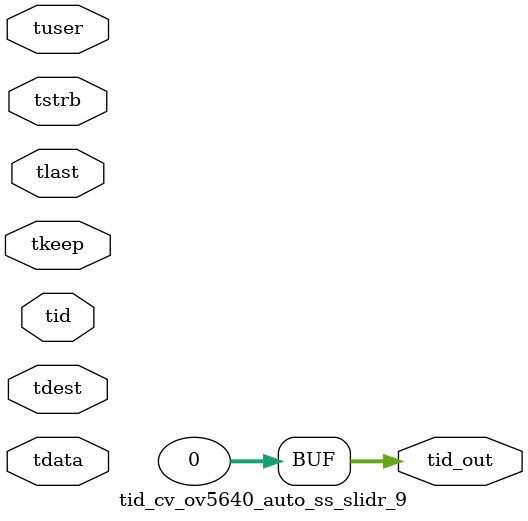
<source format=v>


`timescale 1ps/1ps

module tid_cv_ov5640_auto_ss_slidr_9 #
(
parameter C_S_AXIS_TID_WIDTH   = 1,
parameter C_S_AXIS_TUSER_WIDTH = 0,
parameter C_S_AXIS_TDATA_WIDTH = 0,
parameter C_S_AXIS_TDEST_WIDTH = 0,
parameter C_M_AXIS_TID_WIDTH   = 32
)
(
input  [(C_S_AXIS_TID_WIDTH   == 0 ? 1 : C_S_AXIS_TID_WIDTH)-1:0       ] tid,
input  [(C_S_AXIS_TDATA_WIDTH == 0 ? 1 : C_S_AXIS_TDATA_WIDTH)-1:0     ] tdata,
input  [(C_S_AXIS_TUSER_WIDTH == 0 ? 1 : C_S_AXIS_TUSER_WIDTH)-1:0     ] tuser,
input  [(C_S_AXIS_TDEST_WIDTH == 0 ? 1 : C_S_AXIS_TDEST_WIDTH)-1:0     ] tdest,
input  [(C_S_AXIS_TDATA_WIDTH/8)-1:0 ] tkeep,
input  [(C_S_AXIS_TDATA_WIDTH/8)-1:0 ] tstrb,
input                                                                    tlast,
output [(C_M_AXIS_TID_WIDTH   == 0 ? 1 : C_M_AXIS_TID_WIDTH)-1:0       ] tid_out
);

assign tid_out = {1'b0};

endmodule


</source>
